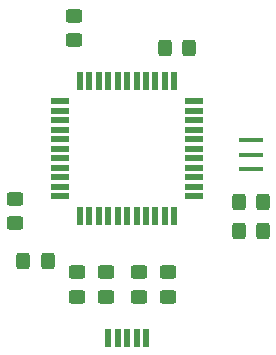
<source format=gtp>
%TF.GenerationSoftware,KiCad,Pcbnew,(5.99.0-7341-g2f3ca60c5e)*%
%TF.CreationDate,2020-12-04T16:43:46+01:00*%
%TF.ProjectId,controller,636f6e74-726f-46c6-9c65-722e6b696361,rev?*%
%TF.SameCoordinates,Original*%
%TF.FileFunction,Paste,Top*%
%TF.FilePolarity,Positive*%
%FSLAX46Y46*%
G04 Gerber Fmt 4.6, Leading zero omitted, Abs format (unit mm)*
G04 Created by KiCad (PCBNEW (5.99.0-7341-g2f3ca60c5e)) date 2020-12-04 16:43:46*
%MOMM*%
%LPD*%
G01*
G04 APERTURE LIST*
G04 Aperture macros list*
%AMRoundRect*
0 Rectangle with rounded corners*
0 $1 Rounding radius*
0 $2 $3 $4 $5 $6 $7 $8 $9 X,Y pos of 4 corners*
0 Add a 4 corners polygon primitive as box body*
4,1,4,$2,$3,$4,$5,$6,$7,$8,$9,$2,$3,0*
0 Add four circle primitives for the rounded corners*
1,1,$1+$1,$2,$3,0*
1,1,$1+$1,$4,$5,0*
1,1,$1+$1,$6,$7,0*
1,1,$1+$1,$8,$9,0*
0 Add four rect primitives between the rounded corners*
20,1,$1+$1,$2,$3,$4,$5,0*
20,1,$1+$1,$4,$5,$6,$7,0*
20,1,$1+$1,$6,$7,$8,$9,0*
20,1,$1+$1,$8,$9,$2,$3,0*%
G04 Aperture macros list end*
%ADD10R,2.000000X0.400000*%
%ADD11RoundRect,0.250000X0.450000X-0.325000X0.450000X0.325000X-0.450000X0.325000X-0.450000X-0.325000X0*%
%ADD12R,0.550000X1.500000*%
%ADD13R,1.500000X0.550000*%
%ADD14RoundRect,0.250000X-0.325000X-0.450000X0.325000X-0.450000X0.325000X0.450000X-0.325000X0.450000X0*%
%ADD15RoundRect,0.250000X0.325000X0.450000X-0.325000X0.450000X-0.325000X-0.450000X0.325000X-0.450000X0*%
%ADD16RoundRect,0.250000X-0.450000X0.325000X-0.450000X-0.325000X0.450000X-0.325000X0.450000X0.325000X0*%
%ADD17R,0.500000X1.500000*%
G04 APERTURE END LIST*
D10*
%TO.C,Y1*%
X10500000Y-23050000D03*
X10500000Y-24250000D03*
X10500000Y-25450000D03*
%TD*%
D11*
%TO.C,F1*%
X-4250000Y-36275000D03*
X-4250000Y-34225000D03*
%TD*%
%TO.C,R4*%
X-4500000Y-14525000D03*
X-4500000Y-12475000D03*
%TD*%
D12*
%TO.C,U1*%
X-4000000Y-29450000D03*
X-3200000Y-29450000D03*
X-2400000Y-29450000D03*
X-1600000Y-29450000D03*
X-800000Y-29450000D03*
X0Y-29450000D03*
X800000Y-29450000D03*
X1600000Y-29450000D03*
X2400000Y-29450000D03*
X3200000Y-29450000D03*
X4000000Y-29450000D03*
D13*
X5700000Y-27750000D03*
X5700000Y-26950000D03*
X5700000Y-26150000D03*
X5700000Y-25350000D03*
X5700000Y-24550000D03*
X5700000Y-23750000D03*
X5700000Y-22950000D03*
X5700000Y-22150000D03*
X5700000Y-21350000D03*
X5700000Y-20550000D03*
X5700000Y-19750000D03*
D12*
X4000000Y-18050000D03*
X3200000Y-18050000D03*
X2400000Y-18050000D03*
X1600000Y-18050000D03*
X800000Y-18050000D03*
X0Y-18050000D03*
X-800000Y-18050000D03*
X-1600000Y-18050000D03*
X-2400000Y-18050000D03*
X-3200000Y-18050000D03*
X-4000000Y-18050000D03*
D13*
X-5700000Y-19750000D03*
X-5700000Y-20550000D03*
X-5700000Y-21350000D03*
X-5700000Y-22150000D03*
X-5700000Y-22950000D03*
X-5700000Y-23750000D03*
X-5700000Y-24550000D03*
X-5700000Y-25350000D03*
X-5700000Y-26150000D03*
X-5700000Y-26950000D03*
X-5700000Y-27750000D03*
%TD*%
D14*
%TO.C,C3*%
X9475000Y-30750000D03*
X11525000Y-30750000D03*
%TD*%
D15*
%TO.C,C2*%
X-6725000Y-33250000D03*
X-8775000Y-33250000D03*
%TD*%
D16*
%TO.C,C1*%
X3500000Y-34225000D03*
X3500000Y-36275000D03*
%TD*%
D11*
%TO.C,R2*%
X-1750000Y-36275000D03*
X-1750000Y-34225000D03*
%TD*%
%TO.C,R1*%
X1000000Y-36275000D03*
X1000000Y-34225000D03*
%TD*%
D14*
%TO.C,C4*%
X3225000Y-15250000D03*
X5275000Y-15250000D03*
%TD*%
D15*
%TO.C,R3*%
X11525000Y-28250000D03*
X9475000Y-28250000D03*
%TD*%
D11*
%TO.C,C5*%
X-9500000Y-30025000D03*
X-9500000Y-27975000D03*
%TD*%
D17*
%TO.C,J1*%
X-1600000Y-39750000D03*
X-800000Y-39750000D03*
X0Y-39750000D03*
X800000Y-39750000D03*
X1600000Y-39750000D03*
%TD*%
M02*

</source>
